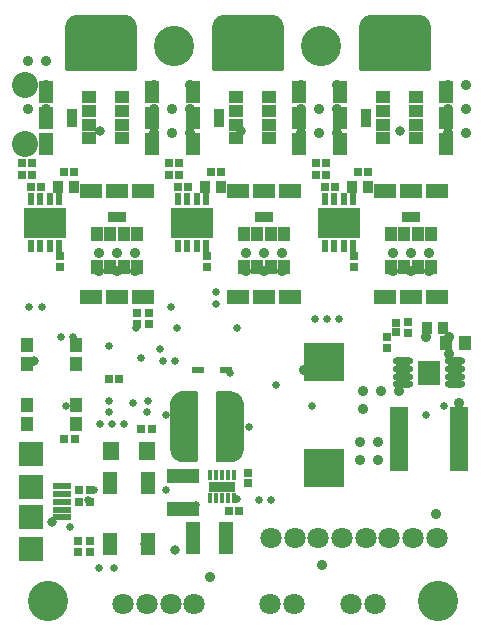
<source format=gts>
G04 Layer_Color=8388736*
%FSAX24Y24*%
%MOIN*%
G70*
G01*
G75*
%ADD78R,0.0257X0.0297*%
%ADD79R,0.0297X0.0257*%
%ADD80R,0.1104X0.0454*%
%ADD81R,0.0454X0.1104*%
%ADD82R,0.0285X0.0285*%
%ADD83R,0.0285X0.0285*%
%ADD84R,0.0415X0.0237*%
G04:AMPARAMS|DCode=85|XSize=90.7mil|YSize=236.3mil|CornerRadius=45.3mil|HoleSize=0mil|Usage=FLASHONLY|Rotation=180.000|XOffset=0mil|YOffset=0mil|HoleType=Round|Shape=RoundedRectangle|*
%AMROUNDEDRECTD85*
21,1,0.0907,0.1457,0,0,180.0*
21,1,0.0000,0.2363,0,0,180.0*
1,1,0.0907,0.0000,0.0728*
1,1,0.0907,0.0000,0.0728*
1,1,0.0907,0.0000,-0.0728*
1,1,0.0907,0.0000,-0.0728*
%
%ADD85ROUNDEDRECTD85*%
%ADD86O,0.0690X0.0257*%
%ADD87R,0.0761X0.0808*%
%ADD88R,0.1360X0.1310*%
%ADD89R,0.0434X0.0474*%
%ADD90R,0.0612X0.2167*%
%ADD91R,0.0356X0.0434*%
%ADD92R,0.1411X0.1045*%
%ADD93R,0.0198X0.0395*%
%ADD94R,0.0178X0.0336*%
%ADD95R,0.0879X0.0375*%
%ADD96R,0.0480X0.0730*%
%ADD97R,0.0560X0.0640*%
%ADD98R,0.0513X0.0749*%
%ADD99R,0.0356X0.0592*%
%ADD100R,0.0513X0.0415*%
%ADD101R,0.0749X0.0513*%
%ADD102R,0.0415X0.0513*%
%ADD103R,0.0592X0.0356*%
%ADD104R,0.0640X0.0220*%
%ADD105R,0.0830X0.0790*%
%ADD106R,0.0830X0.0830*%
%ADD107R,0.0434X0.0474*%
%ADD108C,0.0710*%
%ADD109C,0.1340*%
%ADD110C,0.0867*%
%ADD111C,0.0260*%
%ADD112C,0.0159*%
%ADD113C,0.0360*%
%ADD114C,0.0320*%
%ADD115C,0.0210*%
G36*
X058351Y028582D02*
X058356Y028580D01*
X058358Y028580D01*
X058361Y028579D01*
X058366Y028576D01*
X058370Y028574D01*
X058374Y028570D01*
Y028570D01*
X058374D01*
X058377Y028566D01*
X058380Y028562D01*
X058383Y028557D01*
X058384Y028554D01*
X058384Y028552D01*
X058385Y028547D01*
X058386Y028542D01*
Y028542D01*
D01*
Y026258D01*
X058386Y026257D01*
X058385Y026253D01*
X058384Y026248D01*
Y026248D01*
X058384Y026248D01*
X058384Y026246D01*
X058383Y026243D01*
X058380Y026238D01*
D01*
X058380Y026238D01*
X058379Y026237D01*
X058377Y026234D01*
X058374Y026230D01*
X058374Y026230D01*
X058374Y026230D01*
X058370Y026226D01*
X058367Y026225D01*
X058366Y026224D01*
X058366Y026224D01*
D01*
X058361Y026221D01*
X058358Y026220D01*
X058356Y026220D01*
X058356Y026220D01*
X058356D01*
X058351Y026219D01*
X058347Y026218D01*
X058346Y026218D01*
X057913Y026218D01*
X057913D01*
X057913D01*
X057913D01*
X057913D01*
X057913D01*
X057861Y026218D01*
X057859Y026218D01*
X057858D01*
X057857Y026218D01*
X057856Y026219D01*
X057854Y026219D01*
X057853Y026219D01*
X057852Y026219D01*
X057850Y026220D01*
X057849Y026220D01*
X057848Y026220D01*
X057701Y026270D01*
X057700Y026271D01*
X057699Y026271D01*
X057698Y026272D01*
X057696Y026272D01*
X057695Y026273D01*
X057694Y026273D01*
X057693Y026274D01*
X057692Y026275D01*
X057691Y026276D01*
X057690Y026276D01*
X057607Y026339D01*
X057603Y026343D01*
X057600Y026347D01*
X057537Y026429D01*
X057534Y026433D01*
X057532Y026438D01*
X057492Y026534D01*
X057490Y026539D01*
X057489Y026544D01*
X057479Y026621D01*
X057479Y026626D01*
Y026652D01*
X057479Y028148D01*
X057479Y028148D01*
X057479Y028200D01*
X057479Y028201D01*
Y028202D01*
X057479Y028204D01*
X057479Y028205D01*
X057479Y028206D01*
X057480Y028208D01*
X057480Y028209D01*
X057480Y028210D01*
X057481Y028211D01*
X057481Y028213D01*
X057531Y028359D01*
X057531Y028361D01*
X057532Y028362D01*
X057532Y028363D01*
X057533Y028364D01*
X057533Y028365D01*
X057534Y028367D01*
X057535Y028368D01*
X057535Y028369D01*
X057536Y028370D01*
X057537Y028371D01*
X057600Y028453D01*
X057600Y028453D01*
X057603Y028457D01*
X057607Y028461D01*
X057690Y028524D01*
X057691Y028524D01*
X057692Y028525D01*
X057693Y028526D01*
X057694Y028527D01*
X057695Y028527D01*
X057696Y028528D01*
X057698Y028528D01*
X057699Y028529D01*
X057700Y028529D01*
X057701Y028530D01*
X057848Y028580D01*
X057849Y028580D01*
X057850Y028580D01*
X057852Y028581D01*
X057853Y028581D01*
X057854Y028581D01*
X057856Y028581D01*
X057857Y028582D01*
X057858Y028582D01*
X057859D01*
X057861Y028582D01*
X057913Y028582D01*
X057913D01*
X057913D01*
X058346Y028582D01*
X058346D01*
D01*
X058351Y028582D01*
D02*
G37*
G36*
X059487Y028582D02*
X059513Y028582D01*
X059513D01*
X059513D01*
X059518Y028581D01*
X059595Y028571D01*
X059601Y028570D01*
X059606Y028569D01*
X059701Y028529D01*
X059706Y028527D01*
X059710Y028524D01*
X059793Y028461D01*
X059797Y028457D01*
X059800Y028453D01*
X059863Y028371D01*
X059864Y028370D01*
X059865Y028369D01*
X059865Y028368D01*
X059866Y028367D01*
X059867Y028365D01*
X059867Y028364D01*
X059868Y028363D01*
X059868Y028362D01*
X059869Y028361D01*
X059869Y028359D01*
X059919Y028213D01*
X059919Y028211D01*
X059920Y028210D01*
X059920Y028209D01*
X059920Y028208D01*
X059921Y028206D01*
X059921Y028205D01*
X059921Y028204D01*
X059921Y028202D01*
Y028201D01*
X059921Y028200D01*
X059921Y028148D01*
X059921Y028148D01*
X059921Y026652D01*
Y026652D01*
Y026652D01*
X059921Y026600D01*
X059921Y026599D01*
Y026597D01*
X059921Y026596D01*
X059921Y026595D01*
X059921Y026594D01*
X059920Y026592D01*
X059920Y026591D01*
X059920Y026590D01*
X059919Y026589D01*
X059919Y026587D01*
X059869Y026441D01*
X059869Y026439D01*
X059868Y026438D01*
X059868Y026437D01*
X059867Y026436D01*
X059867Y026435D01*
X059866Y026433D01*
X059865Y026432D01*
X059865Y026431D01*
X059864Y026430D01*
X059863Y026429D01*
X059800Y026347D01*
X059797Y026343D01*
X059793Y026339D01*
X059710Y026276D01*
X059709Y026276D01*
X059708Y026275D01*
X059707Y026274D01*
X059706Y026273D01*
X059705Y026273D01*
X059704Y026272D01*
X059702Y026272D01*
X059701Y026271D01*
X059700Y026271D01*
X059699Y026270D01*
X059552Y026220D01*
X059551Y026220D01*
X059550Y026220D01*
X059548Y026219D01*
X059547Y026219D01*
X059546Y026219D01*
X059544Y026219D01*
X059543Y026218D01*
X059542Y026218D01*
X059541D01*
X059539Y026218D01*
X059487Y026218D01*
X059487Y026218D01*
X059054Y026218D01*
X059049Y026219D01*
X059044Y026220D01*
X059039Y026221D01*
X059034Y026224D01*
X059030Y026226D01*
X059026Y026230D01*
X059023Y026234D01*
X059020Y026238D01*
X059017Y026243D01*
X059016Y026248D01*
X059015Y026253D01*
X059014Y026258D01*
Y028542D01*
Y028542D01*
Y028542D01*
X059015Y028547D01*
X059016Y028552D01*
X059017Y028555D01*
X059017Y028557D01*
X059020Y028562D01*
D01*
X059020Y028562D01*
X059021Y028564D01*
X059023Y028566D01*
X059026Y028570D01*
X059026D01*
Y028570D01*
X059030Y028574D01*
X059032Y028575D01*
X059034Y028576D01*
X059034Y028576D01*
D01*
X059039Y028579D01*
X059041Y028579D01*
X059044Y028580D01*
X059049Y028581D01*
X059054Y028582D01*
X059054D01*
X059054D01*
X059487Y028582D01*
D02*
G37*
G36*
X055920Y041140D02*
X055946D01*
X055951Y041140D01*
X055951D01*
X056030Y041129D01*
X056035Y041128D01*
X056040Y041127D01*
X056137Y041086D01*
X056142Y041084D01*
X056146Y041081D01*
X056230Y041017D01*
X056234Y041014D01*
X056237Y041010D01*
X056301Y040926D01*
X056302Y040925D01*
X056303Y040924D01*
X056303Y040923D01*
X056304Y040922D01*
X056305Y040921D01*
X056305Y040919D01*
X056306Y040918D01*
X056306Y040917D01*
X056307Y040916D01*
X056307Y040915D01*
X056358Y040766D01*
X056358Y040764D01*
X056359Y040763D01*
X056359Y040762D01*
X056359Y040760D01*
X056359Y040759D01*
X056360Y040758D01*
X056360Y040757D01*
X056360Y040755D01*
Y040754D01*
X056360Y040753D01*
X056360Y040700D01*
D01*
Y040700D01*
X056360Y039300D01*
X056360Y039295D01*
X056359Y039290D01*
X056357Y039285D01*
X056355Y039280D01*
X056352Y039276D01*
X056348Y039272D01*
X056344Y039268D01*
X056340Y039265D01*
X056335Y039263D01*
X056330Y039261D01*
X056325Y039260D01*
X056320Y039260D01*
X054020D01*
X054015Y039260D01*
X054010Y039261D01*
X054005Y039263D01*
X054000Y039265D01*
X053996Y039268D01*
X053992Y039272D01*
X053988Y039276D01*
X053985Y039280D01*
X053983Y039285D01*
X053981Y039290D01*
X053980Y039295D01*
X053980Y039300D01*
X053980Y040700D01*
Y040726D01*
X053980Y040731D01*
X053990Y040810D01*
X053991Y040815D01*
X053993Y040820D01*
X054033Y040917D01*
X054036Y040922D01*
X054037Y040923D01*
X054039Y040926D01*
X054103Y041010D01*
X054106Y041014D01*
X054110Y041017D01*
X054194Y041081D01*
X054198Y041084D01*
X054203Y041086D01*
X054300Y041127D01*
X054305Y041128D01*
X054310Y041129D01*
X054388Y041140D01*
X054394Y041140D01*
X054420D01*
X055920Y041140D01*
X055920Y041140D01*
D02*
G37*
G36*
X065720D02*
X065746D01*
X065751Y041140D01*
X065751D01*
X065830Y041129D01*
X065835Y041128D01*
X065840Y041127D01*
X065937Y041086D01*
X065942Y041084D01*
X065946Y041081D01*
X066030Y041017D01*
X066034Y041014D01*
X066037Y041010D01*
X066101Y040926D01*
X066102Y040925D01*
X066103Y040924D01*
X066103Y040923D01*
X066104Y040922D01*
X066105Y040921D01*
X066105Y040919D01*
X066106Y040918D01*
X066106Y040917D01*
X066107Y040916D01*
X066107Y040915D01*
X066158Y040766D01*
X066158Y040764D01*
X066159Y040763D01*
X066159Y040762D01*
X066159Y040760D01*
X066159Y040759D01*
X066160Y040758D01*
X066160Y040757D01*
X066160Y040755D01*
Y040754D01*
X066160Y040753D01*
X066160Y040700D01*
D01*
Y040700D01*
X066160Y039300D01*
X066160Y039295D01*
X066159Y039290D01*
X066157Y039285D01*
X066155Y039280D01*
X066152Y039276D01*
X066148Y039272D01*
X066144Y039268D01*
X066140Y039265D01*
X066135Y039263D01*
X066130Y039261D01*
X066125Y039260D01*
X066120Y039260D01*
X063820D01*
X063815Y039260D01*
X063810Y039261D01*
X063805Y039263D01*
X063800Y039265D01*
X063796Y039268D01*
X063792Y039272D01*
X063788Y039276D01*
X063785Y039280D01*
X063783Y039285D01*
X063781Y039290D01*
X063780Y039295D01*
X063780Y039300D01*
X063780Y040700D01*
Y040726D01*
X063780Y040731D01*
X063790Y040810D01*
X063791Y040815D01*
X063793Y040820D01*
X063833Y040917D01*
X063836Y040922D01*
X063837Y040923D01*
X063839Y040926D01*
X063903Y041010D01*
X063906Y041014D01*
X063910Y041017D01*
X063994Y041081D01*
X063998Y041084D01*
X064003Y041086D01*
X064100Y041127D01*
X064105Y041128D01*
X064110Y041129D01*
X064188Y041140D01*
X064194Y041140D01*
X064220D01*
X065720Y041140D01*
X065720Y041140D01*
D02*
G37*
G36*
X060820D02*
X060846D01*
X060851Y041140D01*
X060851D01*
X060930Y041129D01*
X060935Y041128D01*
X060940Y041127D01*
X061037Y041086D01*
X061042Y041084D01*
X061046Y041081D01*
X061130Y041017D01*
X061134Y041014D01*
X061137Y041010D01*
X061201Y040926D01*
X061202Y040925D01*
X061203Y040924D01*
X061203Y040923D01*
X061204Y040922D01*
X061205Y040921D01*
X061205Y040919D01*
X061206Y040918D01*
X061206Y040917D01*
X061207Y040916D01*
X061207Y040915D01*
X061258Y040766D01*
X061258Y040764D01*
X061259Y040763D01*
X061259Y040762D01*
X061259Y040760D01*
X061259Y040759D01*
X061260Y040758D01*
X061260Y040757D01*
X061260Y040755D01*
Y040754D01*
X061260Y040753D01*
X061260Y040700D01*
D01*
Y040700D01*
X061260Y039300D01*
X061260Y039295D01*
X061259Y039290D01*
X061257Y039285D01*
X061255Y039280D01*
X061252Y039276D01*
X061248Y039272D01*
X061244Y039268D01*
X061240Y039265D01*
X061235Y039263D01*
X061230Y039261D01*
X061225Y039260D01*
X061220Y039260D01*
X058920D01*
X058915Y039260D01*
X058910Y039261D01*
X058905Y039263D01*
X058900Y039265D01*
X058896Y039268D01*
X058892Y039272D01*
X058888Y039276D01*
X058885Y039280D01*
X058883Y039285D01*
X058881Y039290D01*
X058880Y039295D01*
X058880Y039300D01*
X058880Y040700D01*
Y040726D01*
X058880Y040731D01*
X058890Y040810D01*
X058891Y040815D01*
X058893Y040820D01*
X058933Y040917D01*
X058936Y040922D01*
X058937Y040923D01*
X058939Y040926D01*
X059003Y041010D01*
X059006Y041014D01*
X059010Y041017D01*
X059094Y041081D01*
X059098Y041084D01*
X059103Y041086D01*
X059200Y041127D01*
X059205Y041128D01*
X059210Y041129D01*
X059288Y041140D01*
X059294Y041140D01*
X059320D01*
X060820Y041140D01*
X060820Y041140D01*
D02*
G37*
D78*
X052877Y036200D02*
D03*
X052523D02*
D03*
X053177Y035400D02*
D03*
X052823D02*
D03*
X052523Y035800D02*
D03*
X052877D02*
D03*
X057777Y036200D02*
D03*
X057423D02*
D03*
X057423Y035800D02*
D03*
X057777D02*
D03*
X058077Y035400D02*
D03*
X057723D02*
D03*
X062677Y036200D02*
D03*
X062323D02*
D03*
X062323Y035800D02*
D03*
X062677D02*
D03*
X062977Y035400D02*
D03*
X062623D02*
D03*
X053943Y027000D02*
D03*
X054297D02*
D03*
X054443Y024900D02*
D03*
X054797D02*
D03*
X054443Y025300D02*
D03*
X054797D02*
D03*
X056515Y027308D02*
D03*
X056870D02*
D03*
D79*
X053800Y033077D02*
D03*
Y032723D02*
D03*
X058700Y033077D02*
D03*
Y032723D02*
D03*
X063600Y033077D02*
D03*
Y032723D02*
D03*
X065400Y030877D02*
D03*
Y030523D02*
D03*
X064700Y030377D02*
D03*
Y030023D02*
D03*
X056370Y031177D02*
D03*
Y030823D02*
D03*
X056770Y030823D02*
D03*
Y031177D02*
D03*
X054400Y023223D02*
D03*
Y023577D02*
D03*
X054800Y023223D02*
D03*
Y023577D02*
D03*
D80*
X057900Y025751D02*
D03*
Y024649D02*
D03*
D81*
X059351Y023700D02*
D03*
X058249D02*
D03*
D82*
X060061Y025854D02*
D03*
Y025539D02*
D03*
X065000Y030857D02*
D03*
Y030543D02*
D03*
D83*
X059443Y024600D02*
D03*
X059757D02*
D03*
X055443Y029000D02*
D03*
X055757D02*
D03*
X063743Y035900D02*
D03*
X064057D02*
D03*
X058843D02*
D03*
X059157D02*
D03*
X053943D02*
D03*
X054257D02*
D03*
D84*
X059333Y029300D02*
D03*
X058407D02*
D03*
D85*
X057932Y027400D02*
D03*
X059468D02*
D03*
D86*
X066956Y028816D02*
D03*
Y029072D02*
D03*
Y029328D02*
D03*
Y029584D02*
D03*
X065244Y028816D02*
D03*
Y029072D02*
D03*
Y029328D02*
D03*
Y029584D02*
D03*
D87*
X066100Y029200D02*
D03*
D88*
X062600Y029560D02*
D03*
Y026040D02*
D03*
D89*
X067315Y030200D02*
D03*
X066685D02*
D03*
D90*
X065106Y027000D02*
D03*
X067094D02*
D03*
D91*
X066024Y030700D02*
D03*
X066576D02*
D03*
X053724Y035400D02*
D03*
X054276D02*
D03*
X058624D02*
D03*
X059176D02*
D03*
X063524D02*
D03*
X064076D02*
D03*
D92*
X063100Y034200D02*
D03*
X058200D02*
D03*
X053300D02*
D03*
D93*
X062628Y033422D02*
D03*
X062943D02*
D03*
X063257D02*
D03*
X063572D02*
D03*
X062628Y034978D02*
D03*
X062943D02*
D03*
X063257D02*
D03*
X063572D02*
D03*
X057728Y033422D02*
D03*
X058043D02*
D03*
X058357D02*
D03*
X058672D02*
D03*
X057728Y034978D02*
D03*
X058043D02*
D03*
X058357D02*
D03*
X058672D02*
D03*
X052828Y033422D02*
D03*
X053143D02*
D03*
X053457D02*
D03*
X053772D02*
D03*
X052828Y034978D02*
D03*
X053143D02*
D03*
X053457D02*
D03*
X053772D02*
D03*
D94*
X059003Y025010D02*
D03*
X059200D02*
D03*
X059397D02*
D03*
X059594D02*
D03*
Y025790D02*
D03*
X059397D02*
D03*
X059200D02*
D03*
X059003D02*
D03*
X058806D02*
D03*
Y025010D02*
D03*
D95*
X059200Y025400D02*
D03*
D96*
X055470Y025515D02*
D03*
Y023480D02*
D03*
X056730D02*
D03*
Y025515D02*
D03*
D97*
X055500Y026600D02*
D03*
X056691D02*
D03*
D98*
X053328Y038566D02*
D03*
Y037700D02*
D03*
Y036834D02*
D03*
X056872D02*
D03*
Y037700D02*
D03*
Y038566D02*
D03*
X061772D02*
D03*
Y037700D02*
D03*
Y036834D02*
D03*
X058228D02*
D03*
Y037700D02*
D03*
Y038566D02*
D03*
X063128D02*
D03*
Y037700D02*
D03*
Y036834D02*
D03*
X066672D02*
D03*
Y037700D02*
D03*
Y038566D02*
D03*
D99*
X054214Y037700D02*
D03*
X059114D02*
D03*
X064014D02*
D03*
D100*
X054765Y037021D02*
D03*
Y037474D02*
D03*
Y037926D02*
D03*
Y038379D02*
D03*
X055868D02*
D03*
Y037926D02*
D03*
Y037474D02*
D03*
Y037021D02*
D03*
X060768D02*
D03*
Y037474D02*
D03*
Y037926D02*
D03*
Y038379D02*
D03*
X059665D02*
D03*
Y037926D02*
D03*
Y037474D02*
D03*
Y037021D02*
D03*
X064565D02*
D03*
Y037474D02*
D03*
Y037926D02*
D03*
Y038379D02*
D03*
X065668D02*
D03*
Y037926D02*
D03*
Y037474D02*
D03*
Y037021D02*
D03*
D101*
X056566Y031728D02*
D03*
X055700D02*
D03*
X054834D02*
D03*
Y035272D02*
D03*
X055700D02*
D03*
X056566D02*
D03*
X061466D02*
D03*
X060600D02*
D03*
X059734D02*
D03*
Y031728D02*
D03*
X060600D02*
D03*
X061466D02*
D03*
X066366D02*
D03*
X065500D02*
D03*
X064634D02*
D03*
Y035272D02*
D03*
X065500D02*
D03*
X066366D02*
D03*
D102*
X055021Y032732D02*
D03*
X055474D02*
D03*
X055926D02*
D03*
X056379D02*
D03*
Y033835D02*
D03*
X055926D02*
D03*
X055474D02*
D03*
X055021D02*
D03*
X059921D02*
D03*
X060374D02*
D03*
X060826D02*
D03*
X061279D02*
D03*
Y032732D02*
D03*
X060826D02*
D03*
X060374D02*
D03*
X059921D02*
D03*
X064821D02*
D03*
X065274D02*
D03*
X065726D02*
D03*
X066179D02*
D03*
Y033835D02*
D03*
X065726D02*
D03*
X065274D02*
D03*
X064821D02*
D03*
D103*
X055700Y034386D02*
D03*
X060600D02*
D03*
X065500D02*
D03*
D104*
X053870Y025412D02*
D03*
Y024380D02*
D03*
Y025156D02*
D03*
Y024900D02*
D03*
Y024640D02*
D03*
D105*
X052820Y026475D02*
D03*
Y023320D02*
D03*
D106*
Y025400D02*
D03*
Y024400D02*
D03*
D107*
X052713Y028115D02*
D03*
Y027485D02*
D03*
X054327Y028115D02*
D03*
Y027485D02*
D03*
Y029485D02*
D03*
Y030115D02*
D03*
X052713Y029485D02*
D03*
Y030115D02*
D03*
D108*
X064781Y023700D02*
D03*
X060844D02*
D03*
X061631D02*
D03*
X062419D02*
D03*
X063209D02*
D03*
X063999D02*
D03*
X065568D02*
D03*
X066356D02*
D03*
X055919Y021500D02*
D03*
X056706D02*
D03*
X057494D02*
D03*
X058284D02*
D03*
X060806D02*
D03*
X061594D02*
D03*
X064294D02*
D03*
X063506D02*
D03*
D109*
X057600Y040100D02*
D03*
X062500D02*
D03*
X066400Y021600D02*
D03*
X053400D02*
D03*
D110*
X052620Y038784D02*
D03*
Y036816D02*
D03*
D111*
X052770Y031400D02*
D03*
X055420Y030100D02*
D03*
X056320Y030700D02*
D03*
X053820Y030400D02*
D03*
X066000Y027800D02*
D03*
X059477Y029200D02*
D03*
X057220Y029600D02*
D03*
X057620D02*
D03*
X057120Y030000D02*
D03*
X054297Y027575D02*
D03*
X055443Y028261D02*
D03*
X055420Y027900D02*
D03*
X056220Y028200D02*
D03*
X055120Y027500D02*
D03*
X055520D02*
D03*
X055920D02*
D03*
X056710Y027900D02*
D03*
X056750Y028259D02*
D03*
X054132Y024052D02*
D03*
X054752Y024960D02*
D03*
X054920Y025300D02*
D03*
X057350Y027800D02*
D03*
X062457Y026100D02*
D03*
X062200Y028100D02*
D03*
X066591Y028105D02*
D03*
X054000Y028100D02*
D03*
X057350Y025300D02*
D03*
X058350Y024800D02*
D03*
X059691Y025000D02*
D03*
X061000Y028800D02*
D03*
X056600Y023500D02*
D03*
X053200Y031400D02*
D03*
X055600Y022700D02*
D03*
X055100D02*
D03*
X062300Y031000D02*
D03*
X063100D02*
D03*
X062700D02*
D03*
X059000Y031500D02*
D03*
Y031900D02*
D03*
X059700Y030700D02*
D03*
X057700D02*
D03*
X060100Y027400D02*
D03*
X052877Y036200D02*
D03*
X057777D02*
D03*
X062677D02*
D03*
X056500Y029700D02*
D03*
X054276Y035400D02*
D03*
X059176D02*
D03*
X064076D02*
D03*
X054220Y030400D02*
D03*
X060820Y024950D02*
D03*
X060420D02*
D03*
X057499Y031399D02*
D03*
D112*
X066297Y029003D02*
D03*
X065903D02*
D03*
X066297Y029397D02*
D03*
X065903D02*
D03*
D113*
X052720Y038000D02*
D03*
X064400Y026300D02*
D03*
Y026900D02*
D03*
X063900Y028000D02*
D03*
X063800Y026900D02*
D03*
X058800Y022400D02*
D03*
X063900Y028600D02*
D03*
X066779Y030400D02*
D03*
X064500Y028600D02*
D03*
X067100Y028200D02*
D03*
Y027600D02*
D03*
Y027000D02*
D03*
X065100Y028600D02*
D03*
X063800Y026300D02*
D03*
X061950Y029300D02*
D03*
X055100Y032600D02*
D03*
X055700D02*
D03*
X056300D02*
D03*
X055100Y033200D02*
D03*
X055700D02*
D03*
X056300D02*
D03*
X066100D02*
D03*
X056920Y037200D02*
D03*
X061820D02*
D03*
X060000Y033200D02*
D03*
X060600D02*
D03*
X061200D02*
D03*
Y032600D02*
D03*
X060600D02*
D03*
X060000D02*
D03*
X066100D02*
D03*
X065500Y033200D02*
D03*
X066720Y037200D02*
D03*
X064900Y033200D02*
D03*
Y032600D02*
D03*
X065500D02*
D03*
X056920Y038000D02*
D03*
Y038800D02*
D03*
X058120D02*
D03*
X053320Y038000D02*
D03*
Y038800D02*
D03*
X061820Y038000D02*
D03*
Y038800D02*
D03*
X066720Y038000D02*
D03*
Y038800D02*
D03*
X066000Y030400D02*
D03*
X066779Y029821D02*
D03*
X066320Y024500D02*
D03*
X057520Y038000D02*
D03*
Y037200D02*
D03*
X058120D02*
D03*
Y038000D02*
D03*
X062420D02*
D03*
Y037200D02*
D03*
X063020Y038000D02*
D03*
Y037200D02*
D03*
Y038800D02*
D03*
X052720Y039600D02*
D03*
X053320D02*
D03*
X067320Y037200D02*
D03*
Y038000D02*
D03*
Y038800D02*
D03*
X062520Y022800D02*
D03*
D114*
X055120Y037244D02*
D03*
X059820D02*
D03*
X065120D02*
D03*
X052920Y029600D02*
D03*
X053545Y024239D02*
D03*
X055470Y023480D02*
D03*
X057650Y023300D02*
D03*
X053000Y034400D02*
D03*
X053600D02*
D03*
X057900D02*
D03*
X058500D02*
D03*
X062800D02*
D03*
X063400D02*
D03*
D115*
X065903Y029003D02*
D03*
X066297D02*
D03*
Y029397D02*
D03*
X065903D02*
D03*
X059400Y025400D02*
D03*
X059003D02*
D03*
M02*

</source>
